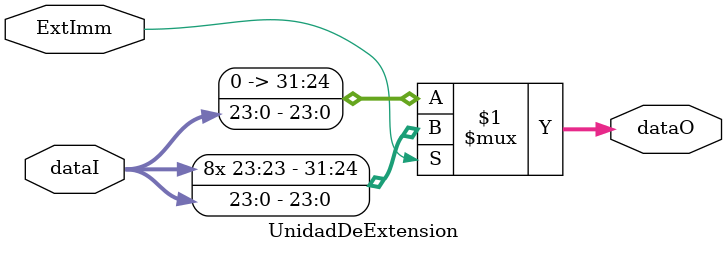
<source format=v>
`timescale 1ns / 1ps
module UnidadDeExtension(
	input [23:0] dataI,
	input ExtImm,
	output [31:0] dataO
    );
	 	
	assign dataO = (ExtImm) ? {{8{dataI[23]}},dataI} : {{8{1'b0}},dataI};
	//assign dataO = (~ExtImm) ? {{8'b0},dataI} : {32{1'b1}};
	
endmodule

</source>
